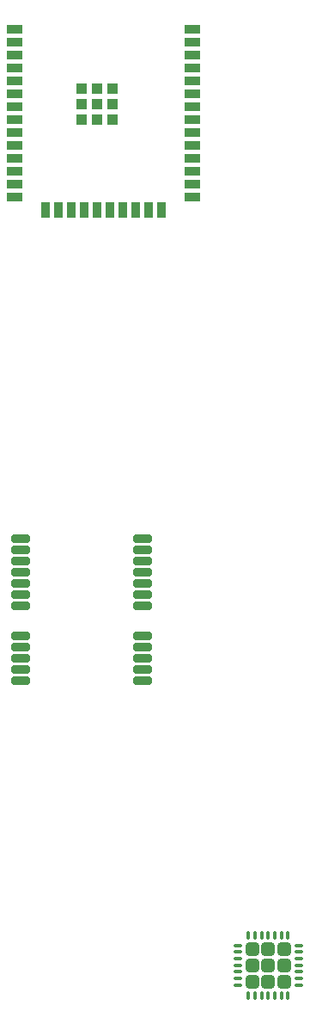
<source format=gbr>
%TF.GenerationSoftware,KiCad,Pcbnew,7.0.5*%
%TF.CreationDate,2023-06-26T00:24:40-05:00*%
%TF.ProjectId,PCB GPS,50434220-4750-4532-9e6b-696361645f70,rev?*%
%TF.SameCoordinates,Original*%
%TF.FileFunction,Paste,Top*%
%TF.FilePolarity,Positive*%
%FSLAX46Y46*%
G04 Gerber Fmt 4.6, Leading zero omitted, Abs format (unit mm)*
G04 Created by KiCad (PCBNEW 7.0.5) date 2023-06-26 00:24:40*
%MOMM*%
%LPD*%
G01*
G04 APERTURE LIST*
G04 Aperture macros list*
%AMRoundRect*
0 Rectangle with rounded corners*
0 $1 Rounding radius*
0 $2 $3 $4 $5 $6 $7 $8 $9 X,Y pos of 4 corners*
0 Add a 4 corners polygon primitive as box body*
4,1,4,$2,$3,$4,$5,$6,$7,$8,$9,$2,$3,0*
0 Add four circle primitives for the rounded corners*
1,1,$1+$1,$2,$3*
1,1,$1+$1,$4,$5*
1,1,$1+$1,$6,$7*
1,1,$1+$1,$8,$9*
0 Add four rect primitives between the rounded corners*
20,1,$1+$1,$2,$3,$4,$5,0*
20,1,$1+$1,$4,$5,$6,$7,0*
20,1,$1+$1,$6,$7,$8,$9,0*
20,1,$1+$1,$8,$9,$2,$3,0*%
G04 Aperture macros list end*
%ADD10RoundRect,0.075000X-0.075000X-0.312500X0.075000X-0.312500X0.075000X0.312500X-0.075000X0.312500X0*%
%ADD11RoundRect,0.075000X-0.312500X-0.075000X0.312500X-0.075000X0.312500X0.075000X-0.312500X0.075000X0*%
%ADD12RoundRect,0.249999X-0.395001X-0.395001X0.395001X-0.395001X0.395001X0.395001X-0.395001X0.395001X0*%
%ADD13RoundRect,0.200000X-0.700000X-0.200000X0.700000X-0.200000X0.700000X0.200000X-0.700000X0.200000X0*%
%ADD14R,1.050000X1.050000*%
%ADD15R,1.500000X0.900000*%
%ADD16R,0.900000X1.500000*%
G04 APERTURE END LIST*
D10*
%TO.C,U5*%
X146355000Y-129092500D03*
X147005000Y-129092500D03*
X147655000Y-129092500D03*
X148305000Y-129092500D03*
X148955000Y-129092500D03*
X149605000Y-129092500D03*
X150255000Y-129092500D03*
D11*
X151292500Y-130130000D03*
X151292500Y-130780000D03*
X151292500Y-131430000D03*
X151292500Y-132080000D03*
X151292500Y-132730000D03*
X151292500Y-133380000D03*
X151292500Y-134030000D03*
D10*
X150255000Y-135067500D03*
X149605000Y-135067500D03*
X148955000Y-135067500D03*
X148305000Y-135067500D03*
X147655000Y-135067500D03*
X147005000Y-135067500D03*
X146355000Y-135067500D03*
D11*
X145317500Y-134030000D03*
X145317500Y-133380000D03*
X145317500Y-132730000D03*
X145317500Y-132080000D03*
X145317500Y-131430000D03*
X145317500Y-130780000D03*
X145317500Y-130130000D03*
D12*
X149905000Y-130480000D03*
X148305000Y-133680000D03*
X146705000Y-133680000D03*
X149905000Y-132080000D03*
X149905000Y-133680000D03*
X148305000Y-130480000D03*
X146705000Y-132080000D03*
X148305000Y-132080000D03*
X146705000Y-130480000D03*
%TD*%
D13*
%TO.C,U4*%
X135875000Y-90090000D03*
X135875000Y-91190000D03*
X135875000Y-92290000D03*
X135875000Y-93390000D03*
X135875000Y-94490000D03*
X135875000Y-95590000D03*
X135875000Y-96690000D03*
X135875000Y-99690000D03*
X135875000Y-100790000D03*
X135875000Y-101890000D03*
X135875000Y-102990000D03*
X135875000Y-104090000D03*
X123875000Y-104090000D03*
X123875000Y-102990000D03*
X123875000Y-101890000D03*
X123875000Y-100790000D03*
X123875000Y-99690000D03*
X123875000Y-96690000D03*
X123875000Y-95590000D03*
X123875000Y-94490000D03*
X123875000Y-93390000D03*
X123875000Y-92290000D03*
X123875000Y-91190000D03*
X123875000Y-90090000D03*
%TD*%
D14*
%TO.C,U3*%
X131400000Y-47305000D03*
X131400000Y-45780000D03*
X132925000Y-45780000D03*
X129875000Y-48830000D03*
X129875000Y-47305000D03*
X132925000Y-47305000D03*
X131400000Y-48830000D03*
X132925000Y-48830000D03*
X129875000Y-45780000D03*
D15*
X140830000Y-39965000D03*
X140830000Y-41235000D03*
X140830000Y-42505000D03*
X140830000Y-43775000D03*
X140830000Y-45045000D03*
X140830000Y-46315000D03*
X140830000Y-47585000D03*
X140830000Y-48855000D03*
X140830000Y-50125000D03*
X140830000Y-51395000D03*
X140830000Y-52665000D03*
X140830000Y-53935000D03*
X140830000Y-55205000D03*
X140830000Y-56475000D03*
D16*
X137800000Y-57725000D03*
X136530000Y-57725000D03*
X135260000Y-57725000D03*
X133990000Y-57725000D03*
X132720000Y-57725000D03*
X131450000Y-57725000D03*
X130180000Y-57725000D03*
X128910000Y-57725000D03*
X127640000Y-57725000D03*
X126370000Y-57725000D03*
D15*
X123330000Y-56475000D03*
X123330000Y-55205000D03*
X123330000Y-53935000D03*
X123330000Y-52665000D03*
X123330000Y-51395000D03*
X123330000Y-50125000D03*
X123330000Y-48855000D03*
X123330000Y-47585000D03*
X123330000Y-46315000D03*
X123330000Y-45045000D03*
X123330000Y-43775000D03*
X123330000Y-42505000D03*
X123330000Y-41235000D03*
X123330000Y-39965000D03*
%TD*%
M02*

</source>
